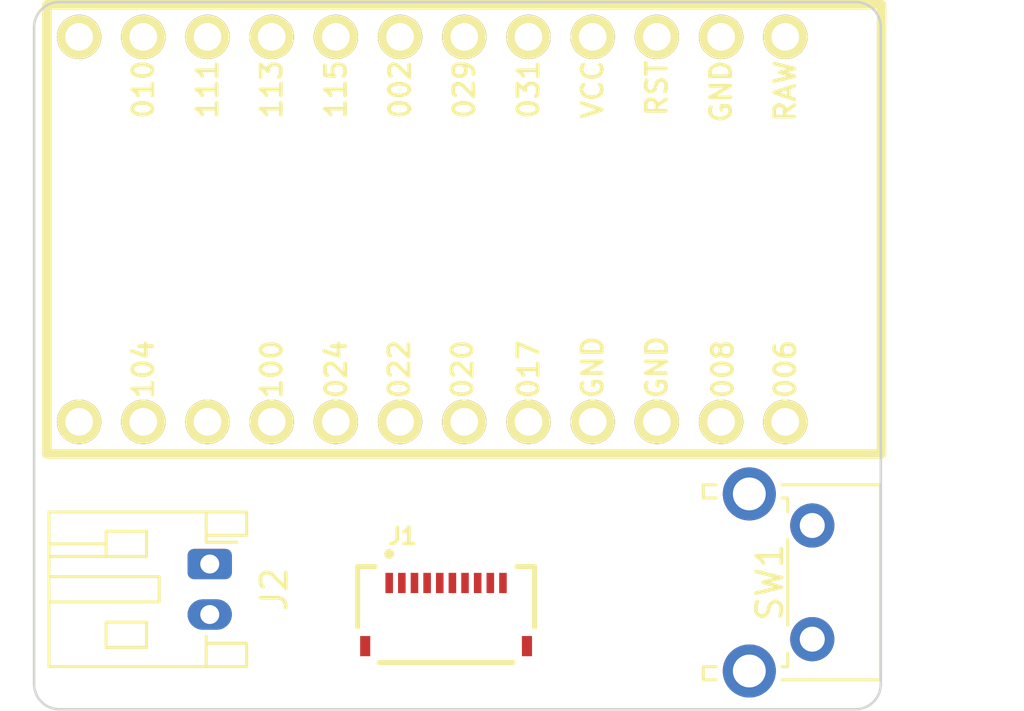
<source format=kicad_pcb>
(kicad_pcb (version 20221018) (generator pcbnew)
  (layers (0 "F.Cu" signal) (31 "B.Cu" signal) (34 "B.Paste" user) (35 "F.Paste" user) (36 "B.SilkS" user "B.Silkscreen") (37 "F.SilkS" user "F.Silkscreen") (38 "B.Mask" user) (39 "F.Mask" user) (44 "Edge.Cuts" user))
  (net 0 "")
  (net 1 "Column1")
  (net 2 "Column2")
  (net 3 "Column3")
  (net 4 "Column4")
  (net 5 "Column5")
  (net 6 "Column6")
  (net 7 "Row3")
  (net 8 "Row2")
  (net 9 "Row1")
  (net 10 "GND")
  (net 11 "B+")
  (net 12 "Net-(SW1-A)")
  (net 15 "Row8")
  (net 16 "Row7")
  (net 17 "Row6")
  (net 18 "Row5")
  (net 19 "Row4")
  (net 20 "Column7")
  (footprint "nice_nano:nice_nano" (layer "F.Cu") (at 119.75 109 180)
    (fp_text reference "U1" hide)
    (fp_text value "nice_nano" hide)
    (fp_text user "GND" (at -4.89 -5.461 90) (layer "F.SilkS") (effects (font (size 0.8 0.8))))
    (fp_text user "RAW" (at -9.97 5.473715 90) (layer "F.SilkS") (effects (font (size 0.8 0.8))))
    (fp_text user "029" (at 2.73 5.537191 90) (layer "F.SilkS") (effects (font (size 0.8 0.8))))
    (fp_text user "022" (at 5.3 -5.53719 90) (layer "F.SilkS") (effects (font (size 0.8 0.8))))
    (fp_text user "GND" (at -2.35 -5.461 90) (layer "F.SilkS") (effects (font (size 0.8 0.8))))
    (fp_text user "020" (at 2.8 -5.53719 90) (layer "F.SilkS") (effects (font (size 0.8 0.8))))
    (fp_text user "GND" (at -7.43 5.454667 90) (layer "F.SilkS") (effects (font (size 0.8 0.8))))
    (fp_text user "113" (at 10.35 5.537191 90) (layer "F.SilkS") (effects (font (size 0.8 0.8))))
    (fp_text user "100" (at 10.35 -5.53719 90) (layer "F.SilkS") (effects (font (size 0.8 0.8))))
    (fp_text user "002" (at 5.27 5.537191 90) (layer "F.SilkS") (effects (font (size 0.8 0.8))))
    (fp_text user "VCC" (at -2.35 5.537191 90) (layer "F.SilkS") (effects (font (size 0.8 0.8))))
    (fp_text user "010" (at 15.43 5.537191 90) (layer "F.SilkS") (effects (font (size 0.8 0.8))))
    (fp_text user "104" (at 15.43 -5.53719 90) (layer "F.SilkS") (effects (font (size 0.8 0.8))))
    (fp_text user "111" (at 12.89 5.537191 90) (layer "F.SilkS") (effects (font (size 0.8 0.8))))
    (fp_text user "RST" (at -4.89 5.588 90) (layer "F.SilkS") (effects (font (size 0.8 0.8))))
    (fp_text user "115" (at 7.81 5.537191 90) (layer "F.SilkS") (effects (font (size 0.8 0.8))))
    (fp_text user "031" (at 0.19 5.537191 90) (layer "F.SilkS") (effects (font (size 0.8 0.8))))
    (fp_text user "008" (at -7.5 -5.53719 90) (layer "F.SilkS") (effects (font (size 0.8 0.8))))
    (fp_text user "017" (at 0.19 -5.53719 90) (layer "F.SilkS") (effects (font (size 0.8 0.8))))
    (fp_text user "024" (at 7.8 -5.53719 90) (layer "F.SilkS") (effects (font (size 0.8 0.8))))
    (fp_text user "006" (at -9.97 -5.53719 90) (layer "F.SilkS") (effects (font (size 0.8 0.8))))
    (fp_line (start -13.78 -8.89) (end 19.24 -8.89) (stroke (width 0.381)) (layer "F.SilkS"))
    (fp_line (start -13.78 8.89) (end -13.78 -8.89) (stroke (width 0.381)) (layer "F.SilkS"))
    (fp_line (start 19.24 -8.89) (end 19.24 8.89) (stroke (width 0.381)) (layer "F.SilkS"))
    (fp_line (start 19.24 8.89) (end -13.78 8.89) (stroke (width 0.381)) (layer "F.SilkS"))
    (pad "1" thru_hole circle (at -9.97 -7.62) (size 1.7526 1.7526) (drill 1.0922) (layers "*.Cu" "*.Mask" "F.SilkS"))
    (pad "2" thru_hole circle (at -7.43 -7.62) (size 1.7526 1.7526) (drill 1.0922) (layers "*.Cu" "*.Mask" "F.SilkS"))
    (pad "3" thru_hole circle (at -4.89 -7.62) (size 1.7526 1.7526) (drill 1.0922) (layers "*.Cu" "*.Mask" "F.SilkS") (net 10 "GND"))
    (pad "4" thru_hole circle (at -2.35 -7.62) (size 1.7526 1.7526) (drill 1.0922) (layers "*.Cu" "*.Mask" "F.SilkS") (net 10 "GND"))
    (pad "5" thru_hole circle (at 0.19 -7.62) (size 1.7526 1.7526) (drill 1.0922) (layers "*.Cu" "*.Mask" "F.SilkS") (net 20 "Column7"))
    (pad "6" thru_hole circle (at 2.73 -7.62) (size 1.7526 1.7526) (drill 1.0922) (layers "*.Cu" "*.Mask" "F.SilkS") (net 6 "Column6"))
    (pad "7" thru_hole circle (at 5.27 -7.62) (size 1.7526 1.7526) (drill 1.0922) (layers "*.Cu" "*.Mask" "F.SilkS") (net 5 "Column5"))
    (pad "8" thru_hole circle (at 7.81 -7.62) (size 1.7526 1.7526) (drill 1.0922) (layers "*.Cu" "*.Mask" "F.SilkS") (net 4 "Column4"))
    (pad "9" thru_hole circle (at 10.35 -7.62) (size 1.7526 1.7526) (drill 1.0922) (layers "*.Cu" "*.Mask" "F.SilkS") (net 3 "Column3"))
    (pad "10" thru_hole circle (at 12.89 -7.62) (size 1.7526 1.7526) (drill 1.0922) (layers "*.Cu" "*.Mask" "F.SilkS") (net 2 "Column2"))
    (pad "11" thru_hole circle (at 15.43 -7.62) (size 1.7526 1.7526) (drill 1.0922) (layers "*.Cu" "*.Mask" "F.SilkS") (net 1 "Column1"))
    (pad "12" thru_hole circle (at 17.97 -7.62) (size 1.7526 1.7526) (drill 1.0922) (layers "*.Cu" "*.Mask" "F.SilkS"))
    (pad "13" thru_hole circle (at 17.97 7.62) (size 1.7526 1.7526) (drill 1.0922) (layers "*.Cu" "*.Mask" "F.SilkS") (net 9 "Row1"))
    (pad "14" thru_hole circle (at 15.43 7.62) (size 1.7526 1.7526) (drill 1.0922) (layers "*.Cu" "*.Mask" "F.SilkS") (net 8 "Row2"))
    (pad "15" thru_hole circle (at 12.89 7.62) (size 1.7526 1.7526) (drill 1.0922) (layers "*.Cu" "*.Mask" "F.SilkS") (net 7 "Row3"))
    (pad "16" thru_hole circle (at 10.35 7.62) (size 1.7526 1.7526) (drill 1.0922) (layers "*.Cu" "*.Mask" "F.SilkS") (net 19 "Row4"))
    (pad "17" thru_hole circle (at 7.81 7.62) (size 1.7526 1.7526) (drill 1.0922) (layers "*.Cu" "*.Mask" "F.SilkS") (net 18 "Row5"))
    (pad "18" thru_hole circle (at 5.27 7.62) (size 1.7526 1.7526) (drill 1.0922) (layers "*.Cu" "*.Mask" "F.SilkS") (net 17 "Row6"))
    (pad "19" thru_hole circle (at 2.73 7.62) (size 1.7526 1.7526) (drill 1.0922) (layers "*.Cu" "*.Mask" "F.SilkS") (net 16 "Row7"))
    (pad "20" thru_hole circle (at 0.19 7.62) (size 1.7526 1.7526) (drill 1.0922) (layers "*.Cu" "*.Mask" "F.SilkS") (net 15 "Row8"))
    (pad "21" thru_hole circle (at -2.35 7.62) (size 1.7526 1.7526) (drill 1.0922) (layers "*.Cu" "*.Mask" "F.SilkS"))
    (pad "22" thru_hole circle (at -4.89 7.62) (size 1.7526 1.7526) (drill 1.0922) (layers "*.Cu" "*.Mask" "F.SilkS") (net 12 "Net-(SW1-A)"))
    (pad "23" thru_hole circle (at -7.43 7.62) (size 1.7526 1.7526) (drill 1.0922) (layers "*.Cu" "*.Mask" "F.SilkS") (net 10 "GND"))
    (pad "24" thru_hole circle (at -9.97 7.62) (size 1.7526 1.7526) (drill 1.0922) (layers "*.Cu" "*.Mask" "F.SilkS") (net 11 "B+"))
  )
  (footprint "Button_Switch_THT:SW_Tactile_SPST_Angled_PTS645Vx83-2LFS" (layer "F.Cu") (at 130.7875 120.725 -90)
    (fp_text reference "SW1" (at 2.25 1.68 90) (layer "F.SilkS"))
    (fp_text value "SW_SPST")
    (fp_line (start -1.61 -2.7) (end -1.61 1.2) (stroke (width 0.12)) (layer "F.SilkS"))
    (fp_line (start -1.61 -2.7) (end 6.11 -2.7) (stroke (width 0.12)) (layer "F.SilkS"))
    (fp_line (start -1.61 3.8) (end -1.61 4.31) (stroke (width 0.12)) (layer "F.SilkS"))
    (fp_line (start -1.61 4.31) (end -1.09 4.31) (stroke (width 0.12)) (layer "F.SilkS"))
    (fp_line (start -1.09 0.97) (end -1.09 1.2) (stroke (width 0.12)) (layer "F.SilkS"))
    (fp_line (start -1.09 0.97) (end -0.55 0.97) (stroke (width 0.12)) (layer "F.SilkS"))
    (fp_line (start -1.09 3.8) (end -1.09 4.31) (stroke (width 0.12)) (layer "F.SilkS"))
    (fp_line (start 0.55 0.97) (end 3.95 0.97) (stroke (width 0.12)) (layer "F.SilkS"))
    (fp_line (start 5.05 0.97) (end 5.59 0.97) (stroke (width 0.12)) (layer "F.SilkS"))
    (fp_line (start 5.59 0.97) (end 5.59 1.2) (stroke (width 0.12)) (layer "F.SilkS"))
    (fp_line (start 5.59 3.8) (end 5.59 4.31) (stroke (width 0.12)) (layer "F.SilkS"))
    (fp_line (start 5.59 4.31) (end 6.11 4.31) (stroke (width 0.12)) (layer "F.SilkS"))
    (fp_line (start 6.11 -2.7) (end 6.11 1.2) (stroke (width 0.12)) (layer "F.SilkS"))
    (fp_line (start 6.11 3.8) (end 6.11 4.31) (stroke (width 0.12)) (layer "F.SilkS"))
    (pad "" thru_hole circle (at -1.25 2.49 270) (size 2.1 2.1) (drill 1.3) (layers "*.Cu" "*.Mask"))
    (pad "" thru_hole circle (at 5.76 2.49 270) (size 2.1 2.1) (drill 1.3) (layers "*.Cu" "*.Mask"))
    (pad "1" thru_hole circle (at 0 0 270) (size 1.75 1.75) (drill 0.99) (layers "*.Cu" "*.Mask") (net 12 "Net-(SW1-A)"))
    (pad "2" thru_hole circle (at 4.5 0 270) (size 1.75 1.75) (drill 0.99) (layers "*.Cu" "*.Mask") (net 10 "GND"))
  )
  (footprint "Connector_JST:JST_PH_S2B-PH-K_1x02_P2.00mm_Horizontal" (layer "F.Cu") (at 106.95 122.25 -90)
    (fp_text reference "J2" (at 1 -2.55 90) (layer "F.SilkS"))
    (fp_text value "Conn_01x02")
    (fp_line (start -2.06 -1.46) (end -2.06 6.36) (stroke (width 0.12)) (layer "F.SilkS"))
    (fp_line (start -2.06 0.14) (end -1.14 0.14) (stroke (width 0.12)) (layer "F.SilkS"))
    (fp_line (start -2.06 6.36) (end 4.06 6.36) (stroke (width 0.12)) (layer "F.SilkS"))
    (fp_line (start -1.3 2.5) (end -1.3 4.1) (stroke (width 0.12)) (layer "F.SilkS"))
    (fp_line (start -1.3 4.1) (end -0.3 4.1) (stroke (width 0.12)) (layer "F.SilkS"))
    (fp_line (start -1.14 -1.46) (end -2.06 -1.46) (stroke (width 0.12)) (layer "F.SilkS"))
    (fp_line (start -1.14 0.14) (end -1.14 -1.46) (stroke (width 0.12)) (layer "F.SilkS"))
    (fp_line (start -0.86 0.14) (end -1.14 0.14) (stroke (width 0.12)) (layer "F.SilkS"))
    (fp_line (start -0.86 0.14) (end -0.86 -1.075) (stroke (width 0.12)) (layer "F.SilkS"))
    (fp_line (start -0.8 4.1) (end -0.8 6.36) (stroke (width 0.12)) (layer "F.SilkS"))
    (fp_line (start -0.3 2.5) (end -1.3 2.5) (stroke (width 0.12)) (layer "F.SilkS"))
    (fp_line (start -0.3 4.1) (end -0.3 2.5) (stroke (width 0.12)) (layer "F.SilkS"))
    (fp_line (start -0.3 4.1) (end -0.3 6.36) (stroke (width 0.12)) (layer "F.SilkS"))
    (fp_line (start 0.5 2) (end 1.5 2) (stroke (width 0.12)) (layer "F.SilkS"))
    (fp_line (start 0.5 6.36) (end 0.5 2) (stroke (width 0.12)) (layer "F.SilkS"))
    (fp_line (start 1.5 2) (end 1.5 6.36) (stroke (width 0.12)) (layer "F.SilkS"))
    (fp_line (start 2.3 2.5) (end 3.3 2.5) (stroke (width 0.12)) (layer "F.SilkS"))
    (fp_line (start 2.3 4.1) (end 2.3 2.5) (stroke (width 0.12)) (layer "F.SilkS"))
    (fp_line (start 3.14 -1.46) (end 3.14 0.14) (stroke (width 0.12)) (layer "F.SilkS"))
    (fp_line (start 3.14 0.14) (end 2.86 0.14) (stroke (width 0.12)) (layer "F.SilkS"))
    (fp_line (start 3.3 2.5) (end 3.3 4.1) (stroke (width 0.12)) (layer "F.SilkS"))
    (fp_line (start 3.3 4.1) (end 2.3 4.1) (stroke (width 0.12)) (layer "F.SilkS"))
    (fp_line (start 4.06 -1.46) (end 3.14 -1.46) (stroke (width 0.12)) (layer "F.SilkS"))
    (fp_line (start 4.06 0.14) (end 3.14 0.14) (stroke (width 0.12)) (layer "F.SilkS"))
    (fp_line (start 4.06 6.36) (end 4.06 -1.46) (stroke (width 0.12)) (layer "F.SilkS"))
    (pad "1" thru_hole roundrect (at 0 0 270) (size 1.2 1.75) (drill 0.75) (layers "*.Cu" "*.Mask") (roundrect_rratio 0.208333) (net 11 "B+"))
    (pad "2" thru_hole oval (at 2 0 270) (size 1.2 1.75) (drill 0.75) (layers "*.Cu" "*.Mask") (net 10 "GND"))
  )
  (footprint "connector:GCT_FFC2B28-10-G" (layer "F.Cu") (at 116.3 124.25)
    (fp_text reference "J1" (at -1.718 -3.1064) (layer "F.SilkS") (effects (font (size 0.64 0.64))))
    (fp_text value "Conn_01x10_Socket")
    (fp_line (start -3.5 -1.9) (end -2.8 -1.9) (stroke (width 0.2)) (layer "F.SilkS"))
    (fp_line (start -3.5 0.5) (end -3.5 -1.9) (stroke (width 0.2)) (layer "F.SilkS"))
    (fp_line (start -2.65 1.9) (end 2.65 1.9) (stroke (width 0.2)) (layer "F.SilkS"))
    (fp_line (start 2.8 -1.9) (end 3.5 -1.9) (stroke (width 0.2)) (layer "F.SilkS"))
    (fp_line (start 3.5 -1.9) (end 3.5 0.5) (stroke (width 0.2)) (layer "F.SilkS"))
    (fp_circle (center -2.25 -2.4) (end -2.15 -2.4) (stroke (width 0.2)) (fill none) (layer "F.SilkS"))
    (pad "1" smd rect (at -2.25 -1.25) (size 0.3 0.8) (layers "F.Cu" "F.Paste" "F.Mask") (net 1 "Column1"))
    (pad "2" smd rect (at -1.75 -1.25) (size 0.3 0.8) (layers "F.Cu" "F.Paste" "F.Mask") (net 2 "Column2"))
    (pad "3" smd rect (at -1.25 -1.25) (size 0.3 0.8) (layers "F.Cu" "F.Paste" "F.Mask") (net 3 "Column3"))
    (pad "4" smd rect (at -0.75 -1.25) (size 0.3 0.8) (layers "F.Cu" "F.Paste" "F.Mask") (net 4 "Column4"))
    (pad "5" smd rect (at -0.25 -1.25) (size 0.3 0.8) (layers "F.Cu" "F.Paste" "F.Mask") (net 5 "Column5"))
    (pad "6" smd rect (at 0.25 -1.25) (size 0.3 0.8) (layers "F.Cu" "F.Paste" "F.Mask") (net 6 "Column6"))
    (pad "7" smd rect (at 0.75 -1.25) (size 0.3 0.8) (layers "F.Cu" "F.Paste" "F.Mask") (net 7 "Row3"))
    (pad "8" smd rect (at 1.25 -1.25) (size 0.3 0.8) (layers "F.Cu" "F.Paste" "F.Mask") (net 8 "Row2"))
    (pad "9" smd rect (at 1.75 -1.25) (size 0.3 0.8) (layers "F.Cu" "F.Paste" "F.Mask") (net 9 "Row1"))
    (pad "10" smd rect (at 2.25 -1.25) (size 0.3 0.8) (layers "F.Cu" "F.Paste" "F.Mask") (net 10 "GND"))
    (pad "S1" smd rect (at -3.2 1.25) (size 0.4 0.8) (layers "F.Cu" "F.Paste" "F.Mask"))
    (pad "S2" smd rect (at 3.2 1.25) (size 0.4 0.8) (layers "F.Cu" "F.Paste" "F.Mask"))
  )
  (gr_line (start 133.5 101) (end 133.5 127) (stroke (width 0.1)) (layer "Edge.Cuts"))
  (gr_line (start 101 128) (end 132.5 128) (stroke (width 0.1)) (layer "Edge.Cuts"))
  (gr_line (start 101 100) (end 132.5 100) (stroke (width 0.1)) (layer "Edge.Cuts"))
  (gr_line (start 100 101) (end 100 127) (stroke (width 0.1)) (layer "Edge.Cuts"))
  (gr_arc (start 133.5 127) (mid 133.207107 127.707107) (end 132.5 128) (stroke (width 0.1)) (layer "Edge.Cuts"))
  (gr_arc (start 132.5 100) (mid 133.207107 100.292893) (end 133.5 101) (stroke (width 0.1)) (layer "Edge.Cuts"))
  (gr_arc (start 100 101) (mid 100.292893 100.292893) (end 101 100) (stroke (width 0.1)) (layer "Edge.Cuts"))
  (gr_arc (start 101 128) (mid 100.292893 127.707107) (end 100 127) (stroke (width 0.1)) (layer "Edge.Cuts"))
)
</source>
